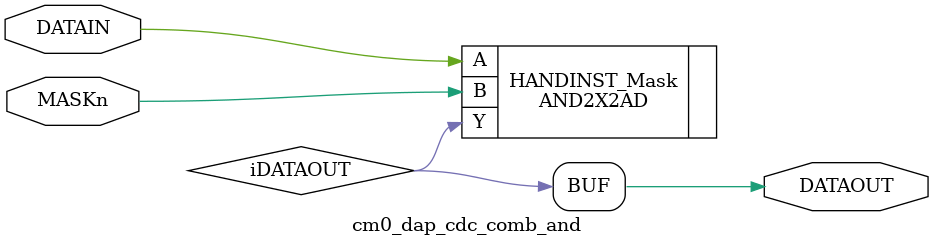
<source format=v>

module cm0_dap_cdc_comb_and
         #(parameter   PRESENT = 1)
          (input  wire DATAIN,   // Data to be Masked
           input  wire MASKn,    // Mask Enable
           output wire DATAOUT); // Masked Data Output

   wire  	  iDATAOUT; // Output of AND gate
    
  // --------------------------------------------------------------------------
  // This module is instantiated where an AND gate mask is required on a CDC
  // interface. In this case, it is necesssary to ensure that the output of
  // the mask does not glitch when the mask input is low.
  //
  // The implementation of this module must ensure that this requirement is
  // met.
  // --------------------------------------------------------------------------

  // --------------------------------------------------------------------------
  // In this example, the above behaviour is ensured by using an AND2 gate
  // To mask the data signal. The synthesis tool should be configured so that
  // these gates arent resynthesised into alternative gates, though resizing 
  // is allowed.
  // --------------------------------------------------------------------------
   
  //----------------------------------------------------------------------------
  // Beginning of main code
  //----------------------------------------------------------------------------

  // AND Gate Mask
  assign DATAOUT = (PRESENT != 0) ? iDATAOUT
                              : 1'b0; //DATAOUT disconnected when not present

   AND2X2AD HANDINST_Mask (.A(DATAIN),
			   .B(MASKn),
			   .Y(iDATAOUT));

endmodule

</source>
